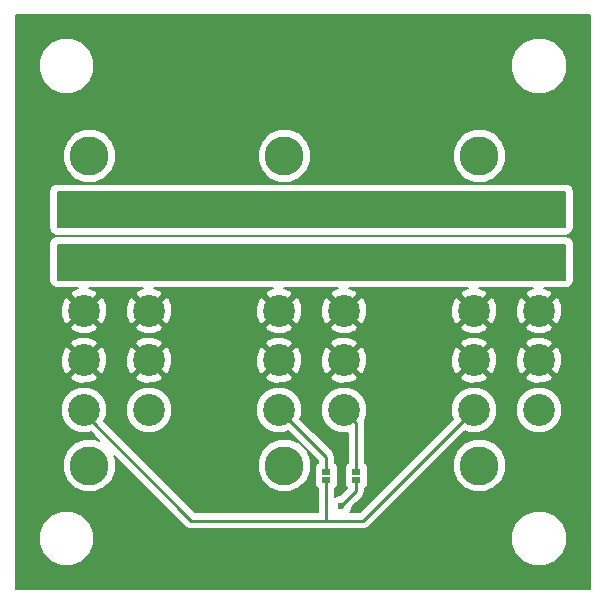
<source format=gtl>
G04 #@! TF.FileFunction,Copper,L1,Top,Signal*
%FSLAX46Y46*%
G04 Gerber Fmt 4.6, Leading zero omitted, Abs format (unit mm)*
G04 Created by KiCad (PCBNEW 4.0.0-rc1-stable) date 10/13/2015 3:48:19 PM*
%MOMM*%
G01*
G04 APERTURE LIST*
%ADD10C,0.100000*%
%ADD11R,0.762000X0.508000*%
%ADD12C,2.700000*%
%ADD13C,3.300000*%
%ADD14C,0.600000*%
%ADD15C,0.250000*%
%ADD16C,0.203800*%
G04 APERTURE END LIST*
D10*
D11*
X129540000Y-139344400D03*
X129540000Y-140055600D03*
X127000000Y-139344400D03*
X127000000Y-140055600D03*
D12*
X111970000Y-125730000D03*
X106470000Y-125730000D03*
X111970000Y-129930000D03*
X106470000Y-129930000D03*
X111970000Y-134130000D03*
X106470000Y-134130000D03*
X106470000Y-121530000D03*
X111970000Y-121530000D03*
X106470000Y-117330000D03*
X111970000Y-117330000D03*
D13*
X106930000Y-138830000D03*
X106930000Y-112630000D03*
D12*
X144990000Y-125730000D03*
X139490000Y-125730000D03*
X144990000Y-129930000D03*
X139490000Y-129930000D03*
X144990000Y-134130000D03*
X139490000Y-134130000D03*
X139490000Y-121530000D03*
X144990000Y-121530000D03*
X139490000Y-117330000D03*
X144990000Y-117330000D03*
D13*
X139950000Y-138830000D03*
X139950000Y-112630000D03*
D12*
X128480000Y-125730000D03*
X122980000Y-125730000D03*
X128480000Y-129930000D03*
X122980000Y-129930000D03*
X128480000Y-134130000D03*
X122980000Y-134130000D03*
X122980000Y-121530000D03*
X128480000Y-121530000D03*
X122980000Y-117330000D03*
X128480000Y-117330000D03*
D13*
X123440000Y-138830000D03*
X123440000Y-112630000D03*
D14*
X128270000Y-142240000D03*
D15*
X129540000Y-139344400D02*
X129540000Y-135190000D01*
X129540000Y-135190000D02*
X128480000Y-134130000D01*
X129540000Y-140055600D02*
X129540000Y-140970000D01*
X129540000Y-140970000D02*
X128270000Y-142240000D01*
X127000000Y-139344400D02*
X127000000Y-138150000D01*
X127000000Y-138150000D02*
X122980000Y-134130000D01*
X127000000Y-140055600D02*
X127000000Y-143510000D01*
X106470000Y-134130000D02*
X106470000Y-134410000D01*
X106470000Y-134410000D02*
X115570000Y-143510000D01*
X115570000Y-143510000D02*
X127000000Y-143510000D01*
X127000000Y-143510000D02*
X130110000Y-143510000D01*
X130110000Y-143510000D02*
X139490000Y-134130000D01*
D16*
G36*
X149315100Y-149315100D02*
X100684900Y-149315100D01*
X100684900Y-145467354D01*
X102639691Y-145467354D01*
X102998208Y-146335029D01*
X103661479Y-146999459D01*
X104528528Y-147359489D01*
X105467354Y-147360309D01*
X106335029Y-147001792D01*
X106999459Y-146338521D01*
X107359489Y-145471472D01*
X107359492Y-145467354D01*
X142639691Y-145467354D01*
X142998208Y-146335029D01*
X143661479Y-146999459D01*
X144528528Y-147359489D01*
X145467354Y-147360309D01*
X146335029Y-147001792D01*
X146999459Y-146338521D01*
X147359489Y-145471472D01*
X147360309Y-144532646D01*
X147001792Y-143664971D01*
X146338521Y-143000541D01*
X145471472Y-142640511D01*
X144532646Y-142639691D01*
X143664971Y-142998208D01*
X143000541Y-143661479D01*
X142640511Y-144528528D01*
X142639691Y-145467354D01*
X107359492Y-145467354D01*
X107360309Y-144532646D01*
X107001792Y-143664971D01*
X106338521Y-143000541D01*
X105471472Y-142640511D01*
X104532646Y-142639691D01*
X103664971Y-142998208D01*
X103000541Y-143661479D01*
X102640511Y-144528528D01*
X102639691Y-145467354D01*
X100684900Y-145467354D01*
X100684900Y-134518138D01*
X104509760Y-134518138D01*
X104807509Y-135238744D01*
X105358356Y-135790554D01*
X106078441Y-136089559D01*
X106858138Y-136090240D01*
X107037021Y-136016327D01*
X107740089Y-136719395D01*
X107381494Y-136570493D01*
X106482450Y-136569709D01*
X105651542Y-136913033D01*
X105015267Y-137548198D01*
X104670493Y-138378506D01*
X104669709Y-139277550D01*
X105013033Y-140108458D01*
X105648198Y-140744733D01*
X106478506Y-141089507D01*
X107377550Y-141090291D01*
X108208458Y-140746967D01*
X108844733Y-140111802D01*
X109189507Y-139281494D01*
X109190291Y-138382450D01*
X109040414Y-138019720D01*
X115050345Y-144029650D01*
X115050347Y-144029653D01*
X115288766Y-144188959D01*
X115570000Y-144244900D01*
X130110000Y-144244900D01*
X130391234Y-144188959D01*
X130629653Y-144029653D01*
X135381756Y-139277550D01*
X137689709Y-139277550D01*
X138033033Y-140108458D01*
X138668198Y-140744733D01*
X139498506Y-141089507D01*
X140397550Y-141090291D01*
X141228458Y-140746967D01*
X141864733Y-140111802D01*
X142209507Y-139281494D01*
X142210291Y-138382450D01*
X141866967Y-137551542D01*
X141231802Y-136915267D01*
X140401494Y-136570493D01*
X139502450Y-136569709D01*
X138671542Y-136913033D01*
X138035267Y-137548198D01*
X137690493Y-138378506D01*
X137689709Y-139277550D01*
X135381756Y-139277550D01*
X138724868Y-135934438D01*
X139098441Y-136089559D01*
X139878138Y-136090240D01*
X140598744Y-135792491D01*
X141150554Y-135241644D01*
X141449559Y-134521559D01*
X141449561Y-134518138D01*
X143029760Y-134518138D01*
X143327509Y-135238744D01*
X143878356Y-135790554D01*
X144598441Y-136089559D01*
X145378138Y-136090240D01*
X146098744Y-135792491D01*
X146650554Y-135241644D01*
X146949559Y-134521559D01*
X146950240Y-133741862D01*
X146652491Y-133021256D01*
X146101644Y-132469446D01*
X145381559Y-132170441D01*
X144601862Y-132169760D01*
X143881256Y-132467509D01*
X143329446Y-133018356D01*
X143030441Y-133738441D01*
X143029760Y-134518138D01*
X141449561Y-134518138D01*
X141450240Y-133741862D01*
X141152491Y-133021256D01*
X140601644Y-132469446D01*
X139881559Y-132170441D01*
X139101862Y-132169760D01*
X138381256Y-132467509D01*
X137829446Y-133018356D01*
X137530441Y-133738441D01*
X137529760Y-134518138D01*
X137685540Y-134895154D01*
X129805594Y-142775100D01*
X129021883Y-142775100D01*
X129040926Y-142756090D01*
X129179742Y-142421784D01*
X129179788Y-142369518D01*
X130059653Y-141489653D01*
X130218959Y-141251234D01*
X130274900Y-140970000D01*
X130274900Y-140806628D01*
X130354596Y-140755345D01*
X130493855Y-140551534D01*
X130542848Y-140309600D01*
X130542848Y-139801600D01*
X130523029Y-139696270D01*
X130542848Y-139598400D01*
X130542848Y-139090400D01*
X130500320Y-138864385D01*
X130366745Y-138656804D01*
X130274900Y-138594049D01*
X130274900Y-135190000D01*
X130238333Y-135006166D01*
X130439559Y-134521559D01*
X130440240Y-133741862D01*
X130142491Y-133021256D01*
X129591644Y-132469446D01*
X128871559Y-132170441D01*
X128091862Y-132169760D01*
X127371256Y-132467509D01*
X126819446Y-133018356D01*
X126520441Y-133738441D01*
X126519760Y-134518138D01*
X126817509Y-135238744D01*
X127368356Y-135790554D01*
X128088441Y-136089559D01*
X128805100Y-136090185D01*
X128805100Y-138593372D01*
X128725404Y-138644655D01*
X128586145Y-138848466D01*
X128537152Y-139090400D01*
X128537152Y-139598400D01*
X128556971Y-139703730D01*
X128537152Y-139801600D01*
X128537152Y-140309600D01*
X128579680Y-140535615D01*
X128713255Y-140743196D01*
X128721716Y-140748978D01*
X128140708Y-141329986D01*
X128089804Y-141329942D01*
X127755256Y-141468175D01*
X127734900Y-141488495D01*
X127734900Y-140806628D01*
X127814596Y-140755345D01*
X127953855Y-140551534D01*
X128002848Y-140309600D01*
X128002848Y-139801600D01*
X127983029Y-139696270D01*
X128002848Y-139598400D01*
X128002848Y-139090400D01*
X127960320Y-138864385D01*
X127826745Y-138656804D01*
X127734900Y-138594049D01*
X127734900Y-138150005D01*
X127734901Y-138150000D01*
X127678959Y-137868766D01*
X127519653Y-137630347D01*
X127519650Y-137630345D01*
X124784438Y-134895132D01*
X124939559Y-134521559D01*
X124940240Y-133741862D01*
X124642491Y-133021256D01*
X124091644Y-132469446D01*
X123371559Y-132170441D01*
X122591862Y-132169760D01*
X121871256Y-132467509D01*
X121319446Y-133018356D01*
X121020441Y-133738441D01*
X121019760Y-134518138D01*
X121317509Y-135238744D01*
X121868356Y-135790554D01*
X122588441Y-136089559D01*
X123368138Y-136090240D01*
X123745154Y-135934460D01*
X126265100Y-138454405D01*
X126265100Y-138593372D01*
X126185404Y-138644655D01*
X126046145Y-138848466D01*
X125997152Y-139090400D01*
X125997152Y-139598400D01*
X126016971Y-139703730D01*
X125997152Y-139801600D01*
X125997152Y-140309600D01*
X126039680Y-140535615D01*
X126173255Y-140743196D01*
X126265100Y-140805951D01*
X126265100Y-142775100D01*
X115874405Y-142775100D01*
X112376856Y-139277550D01*
X121179709Y-139277550D01*
X121523033Y-140108458D01*
X122158198Y-140744733D01*
X122988506Y-141089507D01*
X123887550Y-141090291D01*
X124718458Y-140746967D01*
X125354733Y-140111802D01*
X125699507Y-139281494D01*
X125700291Y-138382450D01*
X125356967Y-137551542D01*
X124721802Y-136915267D01*
X123891494Y-136570493D01*
X122992450Y-136569709D01*
X122161542Y-136913033D01*
X121525267Y-137548198D01*
X121180493Y-138378506D01*
X121179709Y-139277550D01*
X112376856Y-139277550D01*
X108192285Y-135092979D01*
X108429559Y-134521559D01*
X108429561Y-134518138D01*
X110009760Y-134518138D01*
X110307509Y-135238744D01*
X110858356Y-135790554D01*
X111578441Y-136089559D01*
X112358138Y-136090240D01*
X113078744Y-135792491D01*
X113630554Y-135241644D01*
X113929559Y-134521559D01*
X113930240Y-133741862D01*
X113632491Y-133021256D01*
X113081644Y-132469446D01*
X112361559Y-132170441D01*
X111581862Y-132169760D01*
X110861256Y-132467509D01*
X110309446Y-133018356D01*
X110010441Y-133738441D01*
X110009760Y-134518138D01*
X108429561Y-134518138D01*
X108430240Y-133741862D01*
X108132491Y-133021256D01*
X107581644Y-132469446D01*
X106861559Y-132170441D01*
X106081862Y-132169760D01*
X105361256Y-132467509D01*
X104809446Y-133018356D01*
X104510441Y-133738441D01*
X104509760Y-134518138D01*
X100684900Y-134518138D01*
X100684900Y-131338306D01*
X105276796Y-131338306D01*
X105421890Y-131631368D01*
X106152758Y-131902954D01*
X106931923Y-131874175D01*
X107518110Y-131631368D01*
X107663204Y-131338306D01*
X110776796Y-131338306D01*
X110921890Y-131631368D01*
X111652758Y-131902954D01*
X112431923Y-131874175D01*
X113018110Y-131631368D01*
X113163204Y-131338306D01*
X121786796Y-131338306D01*
X121931890Y-131631368D01*
X122662758Y-131902954D01*
X123441923Y-131874175D01*
X124028110Y-131631368D01*
X124173204Y-131338306D01*
X127286796Y-131338306D01*
X127431890Y-131631368D01*
X128162758Y-131902954D01*
X128941923Y-131874175D01*
X129528110Y-131631368D01*
X129673204Y-131338306D01*
X138296796Y-131338306D01*
X138441890Y-131631368D01*
X139172758Y-131902954D01*
X139951923Y-131874175D01*
X140538110Y-131631368D01*
X140683204Y-131338306D01*
X143796796Y-131338306D01*
X143941890Y-131631368D01*
X144672758Y-131902954D01*
X145451923Y-131874175D01*
X146038110Y-131631368D01*
X146183204Y-131338306D01*
X144990000Y-130145102D01*
X143796796Y-131338306D01*
X140683204Y-131338306D01*
X139490000Y-130145102D01*
X138296796Y-131338306D01*
X129673204Y-131338306D01*
X128480000Y-130145102D01*
X127286796Y-131338306D01*
X124173204Y-131338306D01*
X122980000Y-130145102D01*
X121786796Y-131338306D01*
X113163204Y-131338306D01*
X111970000Y-130145102D01*
X110776796Y-131338306D01*
X107663204Y-131338306D01*
X106470000Y-130145102D01*
X105276796Y-131338306D01*
X100684900Y-131338306D01*
X100684900Y-129612758D01*
X104497046Y-129612758D01*
X104525825Y-130391923D01*
X104768632Y-130978110D01*
X105061694Y-131123204D01*
X106254898Y-129930000D01*
X106685102Y-129930000D01*
X107878306Y-131123204D01*
X108171368Y-130978110D01*
X108442954Y-130247242D01*
X108419519Y-129612758D01*
X109997046Y-129612758D01*
X110025825Y-130391923D01*
X110268632Y-130978110D01*
X110561694Y-131123204D01*
X111754898Y-129930000D01*
X112185102Y-129930000D01*
X113378306Y-131123204D01*
X113671368Y-130978110D01*
X113942954Y-130247242D01*
X113919519Y-129612758D01*
X121007046Y-129612758D01*
X121035825Y-130391923D01*
X121278632Y-130978110D01*
X121571694Y-131123204D01*
X122764898Y-129930000D01*
X123195102Y-129930000D01*
X124388306Y-131123204D01*
X124681368Y-130978110D01*
X124952954Y-130247242D01*
X124929519Y-129612758D01*
X126507046Y-129612758D01*
X126535825Y-130391923D01*
X126778632Y-130978110D01*
X127071694Y-131123204D01*
X128264898Y-129930000D01*
X128695102Y-129930000D01*
X129888306Y-131123204D01*
X130181368Y-130978110D01*
X130452954Y-130247242D01*
X130429519Y-129612758D01*
X137517046Y-129612758D01*
X137545825Y-130391923D01*
X137788632Y-130978110D01*
X138081694Y-131123204D01*
X139274898Y-129930000D01*
X139705102Y-129930000D01*
X140898306Y-131123204D01*
X141191368Y-130978110D01*
X141462954Y-130247242D01*
X141439519Y-129612758D01*
X143017046Y-129612758D01*
X143045825Y-130391923D01*
X143288632Y-130978110D01*
X143581694Y-131123204D01*
X144774898Y-129930000D01*
X145205102Y-129930000D01*
X146398306Y-131123204D01*
X146691368Y-130978110D01*
X146962954Y-130247242D01*
X146934175Y-129468077D01*
X146691368Y-128881890D01*
X146398306Y-128736796D01*
X145205102Y-129930000D01*
X144774898Y-129930000D01*
X143581694Y-128736796D01*
X143288632Y-128881890D01*
X143017046Y-129612758D01*
X141439519Y-129612758D01*
X141434175Y-129468077D01*
X141191368Y-128881890D01*
X140898306Y-128736796D01*
X139705102Y-129930000D01*
X139274898Y-129930000D01*
X138081694Y-128736796D01*
X137788632Y-128881890D01*
X137517046Y-129612758D01*
X130429519Y-129612758D01*
X130424175Y-129468077D01*
X130181368Y-128881890D01*
X129888306Y-128736796D01*
X128695102Y-129930000D01*
X128264898Y-129930000D01*
X127071694Y-128736796D01*
X126778632Y-128881890D01*
X126507046Y-129612758D01*
X124929519Y-129612758D01*
X124924175Y-129468077D01*
X124681368Y-128881890D01*
X124388306Y-128736796D01*
X123195102Y-129930000D01*
X122764898Y-129930000D01*
X121571694Y-128736796D01*
X121278632Y-128881890D01*
X121007046Y-129612758D01*
X113919519Y-129612758D01*
X113914175Y-129468077D01*
X113671368Y-128881890D01*
X113378306Y-128736796D01*
X112185102Y-129930000D01*
X111754898Y-129930000D01*
X110561694Y-128736796D01*
X110268632Y-128881890D01*
X109997046Y-129612758D01*
X108419519Y-129612758D01*
X108414175Y-129468077D01*
X108171368Y-128881890D01*
X107878306Y-128736796D01*
X106685102Y-129930000D01*
X106254898Y-129930000D01*
X105061694Y-128736796D01*
X104768632Y-128881890D01*
X104497046Y-129612758D01*
X100684900Y-129612758D01*
X100684900Y-128521694D01*
X105276796Y-128521694D01*
X106470000Y-129714898D01*
X107663204Y-128521694D01*
X110776796Y-128521694D01*
X111970000Y-129714898D01*
X113163204Y-128521694D01*
X121786796Y-128521694D01*
X122980000Y-129714898D01*
X124173204Y-128521694D01*
X127286796Y-128521694D01*
X128480000Y-129714898D01*
X129673204Y-128521694D01*
X138296796Y-128521694D01*
X139490000Y-129714898D01*
X140683204Y-128521694D01*
X143796796Y-128521694D01*
X144990000Y-129714898D01*
X146183204Y-128521694D01*
X146038110Y-128228632D01*
X145307242Y-127957046D01*
X144528077Y-127985825D01*
X143941890Y-128228632D01*
X143796796Y-128521694D01*
X140683204Y-128521694D01*
X140538110Y-128228632D01*
X139807242Y-127957046D01*
X139028077Y-127985825D01*
X138441890Y-128228632D01*
X138296796Y-128521694D01*
X129673204Y-128521694D01*
X129528110Y-128228632D01*
X128797242Y-127957046D01*
X128018077Y-127985825D01*
X127431890Y-128228632D01*
X127286796Y-128521694D01*
X124173204Y-128521694D01*
X124028110Y-128228632D01*
X123297242Y-127957046D01*
X122518077Y-127985825D01*
X121931890Y-128228632D01*
X121786796Y-128521694D01*
X113163204Y-128521694D01*
X113018110Y-128228632D01*
X112287242Y-127957046D01*
X111508077Y-127985825D01*
X110921890Y-128228632D01*
X110776796Y-128521694D01*
X107663204Y-128521694D01*
X107518110Y-128228632D01*
X106787242Y-127957046D01*
X106008077Y-127985825D01*
X105421890Y-128228632D01*
X105276796Y-128521694D01*
X100684900Y-128521694D01*
X100684900Y-127138306D01*
X105276796Y-127138306D01*
X105421890Y-127431368D01*
X106152758Y-127702954D01*
X106931923Y-127674175D01*
X107518110Y-127431368D01*
X107663204Y-127138306D01*
X110776796Y-127138306D01*
X110921890Y-127431368D01*
X111652758Y-127702954D01*
X112431923Y-127674175D01*
X113018110Y-127431368D01*
X113163204Y-127138306D01*
X121786796Y-127138306D01*
X121931890Y-127431368D01*
X122662758Y-127702954D01*
X123441923Y-127674175D01*
X124028110Y-127431368D01*
X124173204Y-127138306D01*
X127286796Y-127138306D01*
X127431890Y-127431368D01*
X128162758Y-127702954D01*
X128941923Y-127674175D01*
X129528110Y-127431368D01*
X129673204Y-127138306D01*
X138296796Y-127138306D01*
X138441890Y-127431368D01*
X139172758Y-127702954D01*
X139951923Y-127674175D01*
X140538110Y-127431368D01*
X140683204Y-127138306D01*
X143796796Y-127138306D01*
X143941890Y-127431368D01*
X144672758Y-127702954D01*
X145451923Y-127674175D01*
X146038110Y-127431368D01*
X146183204Y-127138306D01*
X144990000Y-125945102D01*
X143796796Y-127138306D01*
X140683204Y-127138306D01*
X139490000Y-125945102D01*
X138296796Y-127138306D01*
X129673204Y-127138306D01*
X128480000Y-125945102D01*
X127286796Y-127138306D01*
X124173204Y-127138306D01*
X122980000Y-125945102D01*
X121786796Y-127138306D01*
X113163204Y-127138306D01*
X111970000Y-125945102D01*
X110776796Y-127138306D01*
X107663204Y-127138306D01*
X106470000Y-125945102D01*
X105276796Y-127138306D01*
X100684900Y-127138306D01*
X100684900Y-125412758D01*
X104497046Y-125412758D01*
X104525825Y-126191923D01*
X104768632Y-126778110D01*
X105061694Y-126923204D01*
X106254898Y-125730000D01*
X106685102Y-125730000D01*
X107878306Y-126923204D01*
X108171368Y-126778110D01*
X108442954Y-126047242D01*
X108419519Y-125412758D01*
X109997046Y-125412758D01*
X110025825Y-126191923D01*
X110268632Y-126778110D01*
X110561694Y-126923204D01*
X111754898Y-125730000D01*
X112185102Y-125730000D01*
X113378306Y-126923204D01*
X113671368Y-126778110D01*
X113942954Y-126047242D01*
X113919519Y-125412758D01*
X121007046Y-125412758D01*
X121035825Y-126191923D01*
X121278632Y-126778110D01*
X121571694Y-126923204D01*
X122764898Y-125730000D01*
X123195102Y-125730000D01*
X124388306Y-126923204D01*
X124681368Y-126778110D01*
X124952954Y-126047242D01*
X124929519Y-125412758D01*
X126507046Y-125412758D01*
X126535825Y-126191923D01*
X126778632Y-126778110D01*
X127071694Y-126923204D01*
X128264898Y-125730000D01*
X128695102Y-125730000D01*
X129888306Y-126923204D01*
X130181368Y-126778110D01*
X130452954Y-126047242D01*
X130429519Y-125412758D01*
X137517046Y-125412758D01*
X137545825Y-126191923D01*
X137788632Y-126778110D01*
X138081694Y-126923204D01*
X139274898Y-125730000D01*
X139705102Y-125730000D01*
X140898306Y-126923204D01*
X141191368Y-126778110D01*
X141462954Y-126047242D01*
X141439519Y-125412758D01*
X143017046Y-125412758D01*
X143045825Y-126191923D01*
X143288632Y-126778110D01*
X143581694Y-126923204D01*
X144774898Y-125730000D01*
X145205102Y-125730000D01*
X146398306Y-126923204D01*
X146691368Y-126778110D01*
X146962954Y-126047242D01*
X146934175Y-125268077D01*
X146691368Y-124681890D01*
X146398306Y-124536796D01*
X145205102Y-125730000D01*
X144774898Y-125730000D01*
X143581694Y-124536796D01*
X143288632Y-124681890D01*
X143017046Y-125412758D01*
X141439519Y-125412758D01*
X141434175Y-125268077D01*
X141191368Y-124681890D01*
X140898306Y-124536796D01*
X139705102Y-125730000D01*
X139274898Y-125730000D01*
X138081694Y-124536796D01*
X137788632Y-124681890D01*
X137517046Y-125412758D01*
X130429519Y-125412758D01*
X130424175Y-125268077D01*
X130181368Y-124681890D01*
X129888306Y-124536796D01*
X128695102Y-125730000D01*
X128264898Y-125730000D01*
X127071694Y-124536796D01*
X126778632Y-124681890D01*
X126507046Y-125412758D01*
X124929519Y-125412758D01*
X124924175Y-125268077D01*
X124681368Y-124681890D01*
X124388306Y-124536796D01*
X123195102Y-125730000D01*
X122764898Y-125730000D01*
X121571694Y-124536796D01*
X121278632Y-124681890D01*
X121007046Y-125412758D01*
X113919519Y-125412758D01*
X113914175Y-125268077D01*
X113671368Y-124681890D01*
X113378306Y-124536796D01*
X112185102Y-125730000D01*
X111754898Y-125730000D01*
X110561694Y-124536796D01*
X110268632Y-124681890D01*
X109997046Y-125412758D01*
X108419519Y-125412758D01*
X108414175Y-125268077D01*
X108171368Y-124681890D01*
X107878306Y-124536796D01*
X106685102Y-125730000D01*
X106254898Y-125730000D01*
X105061694Y-124536796D01*
X104768632Y-124681890D01*
X104497046Y-125412758D01*
X100684900Y-125412758D01*
X100684900Y-120015000D01*
X103530100Y-120015000D01*
X103530100Y-123190000D01*
X103571811Y-123411673D01*
X103702819Y-123615265D01*
X103902715Y-123751848D01*
X104140000Y-123799900D01*
X105974097Y-123799900D01*
X105421890Y-124028632D01*
X105276796Y-124321694D01*
X106470000Y-125514898D01*
X107663204Y-124321694D01*
X107518110Y-124028632D01*
X106902567Y-123799900D01*
X111474097Y-123799900D01*
X110921890Y-124028632D01*
X110776796Y-124321694D01*
X111970000Y-125514898D01*
X113163204Y-124321694D01*
X113018110Y-124028632D01*
X112402567Y-123799900D01*
X122484097Y-123799900D01*
X121931890Y-124028632D01*
X121786796Y-124321694D01*
X122980000Y-125514898D01*
X124173204Y-124321694D01*
X124028110Y-124028632D01*
X123412567Y-123799900D01*
X127984097Y-123799900D01*
X127431890Y-124028632D01*
X127286796Y-124321694D01*
X128480000Y-125514898D01*
X129673204Y-124321694D01*
X129528110Y-124028632D01*
X128912567Y-123799900D01*
X138994097Y-123799900D01*
X138441890Y-124028632D01*
X138296796Y-124321694D01*
X139490000Y-125514898D01*
X140683204Y-124321694D01*
X140538110Y-124028632D01*
X139922567Y-123799900D01*
X144494097Y-123799900D01*
X143941890Y-124028632D01*
X143796796Y-124321694D01*
X144990000Y-125514898D01*
X146183204Y-124321694D01*
X146038110Y-124028632D01*
X145422567Y-123799900D01*
X147320000Y-123799900D01*
X147541673Y-123758189D01*
X147745265Y-123627181D01*
X147881848Y-123427285D01*
X147929900Y-123190000D01*
X147929900Y-120015000D01*
X147888189Y-119793327D01*
X147757181Y-119589735D01*
X147557285Y-119453152D01*
X147320000Y-119405100D01*
X104140000Y-119405100D01*
X103918327Y-119446811D01*
X103714735Y-119577819D01*
X103578152Y-119777715D01*
X103530100Y-120015000D01*
X100684900Y-120015000D01*
X100684900Y-115570000D01*
X103530100Y-115570000D01*
X103530100Y-118745000D01*
X103571811Y-118966673D01*
X103702819Y-119170265D01*
X103902715Y-119306848D01*
X104140000Y-119354900D01*
X147320000Y-119354900D01*
X147541673Y-119313189D01*
X147745265Y-119182181D01*
X147881848Y-118982285D01*
X147929900Y-118745000D01*
X147929900Y-115570000D01*
X147888189Y-115348327D01*
X147757181Y-115144735D01*
X147557285Y-115008152D01*
X147320000Y-114960100D01*
X104140000Y-114960100D01*
X103918327Y-115001811D01*
X103714735Y-115132819D01*
X103578152Y-115332715D01*
X103530100Y-115570000D01*
X100684900Y-115570000D01*
X100684900Y-113077550D01*
X104669709Y-113077550D01*
X105013033Y-113908458D01*
X105648198Y-114544733D01*
X106478506Y-114889507D01*
X107377550Y-114890291D01*
X108208458Y-114546967D01*
X108844733Y-113911802D01*
X109189507Y-113081494D01*
X109189510Y-113077550D01*
X121179709Y-113077550D01*
X121523033Y-113908458D01*
X122158198Y-114544733D01*
X122988506Y-114889507D01*
X123887550Y-114890291D01*
X124718458Y-114546967D01*
X125354733Y-113911802D01*
X125699507Y-113081494D01*
X125699510Y-113077550D01*
X137689709Y-113077550D01*
X138033033Y-113908458D01*
X138668198Y-114544733D01*
X139498506Y-114889507D01*
X140397550Y-114890291D01*
X141228458Y-114546967D01*
X141864733Y-113911802D01*
X142209507Y-113081494D01*
X142210291Y-112182450D01*
X141866967Y-111351542D01*
X141231802Y-110715267D01*
X140401494Y-110370493D01*
X139502450Y-110369709D01*
X138671542Y-110713033D01*
X138035267Y-111348198D01*
X137690493Y-112178506D01*
X137689709Y-113077550D01*
X125699510Y-113077550D01*
X125700291Y-112182450D01*
X125356967Y-111351542D01*
X124721802Y-110715267D01*
X123891494Y-110370493D01*
X122992450Y-110369709D01*
X122161542Y-110713033D01*
X121525267Y-111348198D01*
X121180493Y-112178506D01*
X121179709Y-113077550D01*
X109189510Y-113077550D01*
X109190291Y-112182450D01*
X108846967Y-111351542D01*
X108211802Y-110715267D01*
X107381494Y-110370493D01*
X106482450Y-110369709D01*
X105651542Y-110713033D01*
X105015267Y-111348198D01*
X104670493Y-112178506D01*
X104669709Y-113077550D01*
X100684900Y-113077550D01*
X100684900Y-105467354D01*
X102639691Y-105467354D01*
X102998208Y-106335029D01*
X103661479Y-106999459D01*
X104528528Y-107359489D01*
X105467354Y-107360309D01*
X106335029Y-107001792D01*
X106999459Y-106338521D01*
X107359489Y-105471472D01*
X107359492Y-105467354D01*
X142639691Y-105467354D01*
X142998208Y-106335029D01*
X143661479Y-106999459D01*
X144528528Y-107359489D01*
X145467354Y-107360309D01*
X146335029Y-107001792D01*
X146999459Y-106338521D01*
X147359489Y-105471472D01*
X147360309Y-104532646D01*
X147001792Y-103664971D01*
X146338521Y-103000541D01*
X145471472Y-102640511D01*
X144532646Y-102639691D01*
X143664971Y-102998208D01*
X143000541Y-103661479D01*
X142640511Y-104528528D01*
X142639691Y-105467354D01*
X107359492Y-105467354D01*
X107360309Y-104532646D01*
X107001792Y-103664971D01*
X106338521Y-103000541D01*
X105471472Y-102640511D01*
X104532646Y-102639691D01*
X103664971Y-102998208D01*
X103000541Y-103661479D01*
X102640511Y-104528528D01*
X102639691Y-105467354D01*
X100684900Y-105467354D01*
X100684900Y-100684900D01*
X149315100Y-100684900D01*
X149315100Y-149315100D01*
X149315100Y-149315100D01*
G37*
X149315100Y-149315100D02*
X100684900Y-149315100D01*
X100684900Y-145467354D01*
X102639691Y-145467354D01*
X102998208Y-146335029D01*
X103661479Y-146999459D01*
X104528528Y-147359489D01*
X105467354Y-147360309D01*
X106335029Y-147001792D01*
X106999459Y-146338521D01*
X107359489Y-145471472D01*
X107359492Y-145467354D01*
X142639691Y-145467354D01*
X142998208Y-146335029D01*
X143661479Y-146999459D01*
X144528528Y-147359489D01*
X145467354Y-147360309D01*
X146335029Y-147001792D01*
X146999459Y-146338521D01*
X147359489Y-145471472D01*
X147360309Y-144532646D01*
X147001792Y-143664971D01*
X146338521Y-143000541D01*
X145471472Y-142640511D01*
X144532646Y-142639691D01*
X143664971Y-142998208D01*
X143000541Y-143661479D01*
X142640511Y-144528528D01*
X142639691Y-145467354D01*
X107359492Y-145467354D01*
X107360309Y-144532646D01*
X107001792Y-143664971D01*
X106338521Y-143000541D01*
X105471472Y-142640511D01*
X104532646Y-142639691D01*
X103664971Y-142998208D01*
X103000541Y-143661479D01*
X102640511Y-144528528D01*
X102639691Y-145467354D01*
X100684900Y-145467354D01*
X100684900Y-134518138D01*
X104509760Y-134518138D01*
X104807509Y-135238744D01*
X105358356Y-135790554D01*
X106078441Y-136089559D01*
X106858138Y-136090240D01*
X107037021Y-136016327D01*
X107740089Y-136719395D01*
X107381494Y-136570493D01*
X106482450Y-136569709D01*
X105651542Y-136913033D01*
X105015267Y-137548198D01*
X104670493Y-138378506D01*
X104669709Y-139277550D01*
X105013033Y-140108458D01*
X105648198Y-140744733D01*
X106478506Y-141089507D01*
X107377550Y-141090291D01*
X108208458Y-140746967D01*
X108844733Y-140111802D01*
X109189507Y-139281494D01*
X109190291Y-138382450D01*
X109040414Y-138019720D01*
X115050345Y-144029650D01*
X115050347Y-144029653D01*
X115288766Y-144188959D01*
X115570000Y-144244900D01*
X130110000Y-144244900D01*
X130391234Y-144188959D01*
X130629653Y-144029653D01*
X135381756Y-139277550D01*
X137689709Y-139277550D01*
X138033033Y-140108458D01*
X138668198Y-140744733D01*
X139498506Y-141089507D01*
X140397550Y-141090291D01*
X141228458Y-140746967D01*
X141864733Y-140111802D01*
X142209507Y-139281494D01*
X142210291Y-138382450D01*
X141866967Y-137551542D01*
X141231802Y-136915267D01*
X140401494Y-136570493D01*
X139502450Y-136569709D01*
X138671542Y-136913033D01*
X138035267Y-137548198D01*
X137690493Y-138378506D01*
X137689709Y-139277550D01*
X135381756Y-139277550D01*
X138724868Y-135934438D01*
X139098441Y-136089559D01*
X139878138Y-136090240D01*
X140598744Y-135792491D01*
X141150554Y-135241644D01*
X141449559Y-134521559D01*
X141449561Y-134518138D01*
X143029760Y-134518138D01*
X143327509Y-135238744D01*
X143878356Y-135790554D01*
X144598441Y-136089559D01*
X145378138Y-136090240D01*
X146098744Y-135792491D01*
X146650554Y-135241644D01*
X146949559Y-134521559D01*
X146950240Y-133741862D01*
X146652491Y-133021256D01*
X146101644Y-132469446D01*
X145381559Y-132170441D01*
X144601862Y-132169760D01*
X143881256Y-132467509D01*
X143329446Y-133018356D01*
X143030441Y-133738441D01*
X143029760Y-134518138D01*
X141449561Y-134518138D01*
X141450240Y-133741862D01*
X141152491Y-133021256D01*
X140601644Y-132469446D01*
X139881559Y-132170441D01*
X139101862Y-132169760D01*
X138381256Y-132467509D01*
X137829446Y-133018356D01*
X137530441Y-133738441D01*
X137529760Y-134518138D01*
X137685540Y-134895154D01*
X129805594Y-142775100D01*
X129021883Y-142775100D01*
X129040926Y-142756090D01*
X129179742Y-142421784D01*
X129179788Y-142369518D01*
X130059653Y-141489653D01*
X130218959Y-141251234D01*
X130274900Y-140970000D01*
X130274900Y-140806628D01*
X130354596Y-140755345D01*
X130493855Y-140551534D01*
X130542848Y-140309600D01*
X130542848Y-139801600D01*
X130523029Y-139696270D01*
X130542848Y-139598400D01*
X130542848Y-139090400D01*
X130500320Y-138864385D01*
X130366745Y-138656804D01*
X130274900Y-138594049D01*
X130274900Y-135190000D01*
X130238333Y-135006166D01*
X130439559Y-134521559D01*
X130440240Y-133741862D01*
X130142491Y-133021256D01*
X129591644Y-132469446D01*
X128871559Y-132170441D01*
X128091862Y-132169760D01*
X127371256Y-132467509D01*
X126819446Y-133018356D01*
X126520441Y-133738441D01*
X126519760Y-134518138D01*
X126817509Y-135238744D01*
X127368356Y-135790554D01*
X128088441Y-136089559D01*
X128805100Y-136090185D01*
X128805100Y-138593372D01*
X128725404Y-138644655D01*
X128586145Y-138848466D01*
X128537152Y-139090400D01*
X128537152Y-139598400D01*
X128556971Y-139703730D01*
X128537152Y-139801600D01*
X128537152Y-140309600D01*
X128579680Y-140535615D01*
X128713255Y-140743196D01*
X128721716Y-140748978D01*
X128140708Y-141329986D01*
X128089804Y-141329942D01*
X127755256Y-141468175D01*
X127734900Y-141488495D01*
X127734900Y-140806628D01*
X127814596Y-140755345D01*
X127953855Y-140551534D01*
X128002848Y-140309600D01*
X128002848Y-139801600D01*
X127983029Y-139696270D01*
X128002848Y-139598400D01*
X128002848Y-139090400D01*
X127960320Y-138864385D01*
X127826745Y-138656804D01*
X127734900Y-138594049D01*
X127734900Y-138150005D01*
X127734901Y-138150000D01*
X127678959Y-137868766D01*
X127519653Y-137630347D01*
X127519650Y-137630345D01*
X124784438Y-134895132D01*
X124939559Y-134521559D01*
X124940240Y-133741862D01*
X124642491Y-133021256D01*
X124091644Y-132469446D01*
X123371559Y-132170441D01*
X122591862Y-132169760D01*
X121871256Y-132467509D01*
X121319446Y-133018356D01*
X121020441Y-133738441D01*
X121019760Y-134518138D01*
X121317509Y-135238744D01*
X121868356Y-135790554D01*
X122588441Y-136089559D01*
X123368138Y-136090240D01*
X123745154Y-135934460D01*
X126265100Y-138454405D01*
X126265100Y-138593372D01*
X126185404Y-138644655D01*
X126046145Y-138848466D01*
X125997152Y-139090400D01*
X125997152Y-139598400D01*
X126016971Y-139703730D01*
X125997152Y-139801600D01*
X125997152Y-140309600D01*
X126039680Y-140535615D01*
X126173255Y-140743196D01*
X126265100Y-140805951D01*
X126265100Y-142775100D01*
X115874405Y-142775100D01*
X112376856Y-139277550D01*
X121179709Y-139277550D01*
X121523033Y-140108458D01*
X122158198Y-140744733D01*
X122988506Y-141089507D01*
X123887550Y-141090291D01*
X124718458Y-140746967D01*
X125354733Y-140111802D01*
X125699507Y-139281494D01*
X125700291Y-138382450D01*
X125356967Y-137551542D01*
X124721802Y-136915267D01*
X123891494Y-136570493D01*
X122992450Y-136569709D01*
X122161542Y-136913033D01*
X121525267Y-137548198D01*
X121180493Y-138378506D01*
X121179709Y-139277550D01*
X112376856Y-139277550D01*
X108192285Y-135092979D01*
X108429559Y-134521559D01*
X108429561Y-134518138D01*
X110009760Y-134518138D01*
X110307509Y-135238744D01*
X110858356Y-135790554D01*
X111578441Y-136089559D01*
X112358138Y-136090240D01*
X113078744Y-135792491D01*
X113630554Y-135241644D01*
X113929559Y-134521559D01*
X113930240Y-133741862D01*
X113632491Y-133021256D01*
X113081644Y-132469446D01*
X112361559Y-132170441D01*
X111581862Y-132169760D01*
X110861256Y-132467509D01*
X110309446Y-133018356D01*
X110010441Y-133738441D01*
X110009760Y-134518138D01*
X108429561Y-134518138D01*
X108430240Y-133741862D01*
X108132491Y-133021256D01*
X107581644Y-132469446D01*
X106861559Y-132170441D01*
X106081862Y-132169760D01*
X105361256Y-132467509D01*
X104809446Y-133018356D01*
X104510441Y-133738441D01*
X104509760Y-134518138D01*
X100684900Y-134518138D01*
X100684900Y-131338306D01*
X105276796Y-131338306D01*
X105421890Y-131631368D01*
X106152758Y-131902954D01*
X106931923Y-131874175D01*
X107518110Y-131631368D01*
X107663204Y-131338306D01*
X110776796Y-131338306D01*
X110921890Y-131631368D01*
X111652758Y-131902954D01*
X112431923Y-131874175D01*
X113018110Y-131631368D01*
X113163204Y-131338306D01*
X121786796Y-131338306D01*
X121931890Y-131631368D01*
X122662758Y-131902954D01*
X123441923Y-131874175D01*
X124028110Y-131631368D01*
X124173204Y-131338306D01*
X127286796Y-131338306D01*
X127431890Y-131631368D01*
X128162758Y-131902954D01*
X128941923Y-131874175D01*
X129528110Y-131631368D01*
X129673204Y-131338306D01*
X138296796Y-131338306D01*
X138441890Y-131631368D01*
X139172758Y-131902954D01*
X139951923Y-131874175D01*
X140538110Y-131631368D01*
X140683204Y-131338306D01*
X143796796Y-131338306D01*
X143941890Y-131631368D01*
X144672758Y-131902954D01*
X145451923Y-131874175D01*
X146038110Y-131631368D01*
X146183204Y-131338306D01*
X144990000Y-130145102D01*
X143796796Y-131338306D01*
X140683204Y-131338306D01*
X139490000Y-130145102D01*
X138296796Y-131338306D01*
X129673204Y-131338306D01*
X128480000Y-130145102D01*
X127286796Y-131338306D01*
X124173204Y-131338306D01*
X122980000Y-130145102D01*
X121786796Y-131338306D01*
X113163204Y-131338306D01*
X111970000Y-130145102D01*
X110776796Y-131338306D01*
X107663204Y-131338306D01*
X106470000Y-130145102D01*
X105276796Y-131338306D01*
X100684900Y-131338306D01*
X100684900Y-129612758D01*
X104497046Y-129612758D01*
X104525825Y-130391923D01*
X104768632Y-130978110D01*
X105061694Y-131123204D01*
X106254898Y-129930000D01*
X106685102Y-129930000D01*
X107878306Y-131123204D01*
X108171368Y-130978110D01*
X108442954Y-130247242D01*
X108419519Y-129612758D01*
X109997046Y-129612758D01*
X110025825Y-130391923D01*
X110268632Y-130978110D01*
X110561694Y-131123204D01*
X111754898Y-129930000D01*
X112185102Y-129930000D01*
X113378306Y-131123204D01*
X113671368Y-130978110D01*
X113942954Y-130247242D01*
X113919519Y-129612758D01*
X121007046Y-129612758D01*
X121035825Y-130391923D01*
X121278632Y-130978110D01*
X121571694Y-131123204D01*
X122764898Y-129930000D01*
X123195102Y-129930000D01*
X124388306Y-131123204D01*
X124681368Y-130978110D01*
X124952954Y-130247242D01*
X124929519Y-129612758D01*
X126507046Y-129612758D01*
X126535825Y-130391923D01*
X126778632Y-130978110D01*
X127071694Y-131123204D01*
X128264898Y-129930000D01*
X128695102Y-129930000D01*
X129888306Y-131123204D01*
X130181368Y-130978110D01*
X130452954Y-130247242D01*
X130429519Y-129612758D01*
X137517046Y-129612758D01*
X137545825Y-130391923D01*
X137788632Y-130978110D01*
X138081694Y-131123204D01*
X139274898Y-129930000D01*
X139705102Y-129930000D01*
X140898306Y-131123204D01*
X141191368Y-130978110D01*
X141462954Y-130247242D01*
X141439519Y-129612758D01*
X143017046Y-129612758D01*
X143045825Y-130391923D01*
X143288632Y-130978110D01*
X143581694Y-131123204D01*
X144774898Y-129930000D01*
X145205102Y-129930000D01*
X146398306Y-131123204D01*
X146691368Y-130978110D01*
X146962954Y-130247242D01*
X146934175Y-129468077D01*
X146691368Y-128881890D01*
X146398306Y-128736796D01*
X145205102Y-129930000D01*
X144774898Y-129930000D01*
X143581694Y-128736796D01*
X143288632Y-128881890D01*
X143017046Y-129612758D01*
X141439519Y-129612758D01*
X141434175Y-129468077D01*
X141191368Y-128881890D01*
X140898306Y-128736796D01*
X139705102Y-129930000D01*
X139274898Y-129930000D01*
X138081694Y-128736796D01*
X137788632Y-128881890D01*
X137517046Y-129612758D01*
X130429519Y-129612758D01*
X130424175Y-129468077D01*
X130181368Y-128881890D01*
X129888306Y-128736796D01*
X128695102Y-129930000D01*
X128264898Y-129930000D01*
X127071694Y-128736796D01*
X126778632Y-128881890D01*
X126507046Y-129612758D01*
X124929519Y-129612758D01*
X124924175Y-129468077D01*
X124681368Y-128881890D01*
X124388306Y-128736796D01*
X123195102Y-129930000D01*
X122764898Y-129930000D01*
X121571694Y-128736796D01*
X121278632Y-128881890D01*
X121007046Y-129612758D01*
X113919519Y-129612758D01*
X113914175Y-129468077D01*
X113671368Y-128881890D01*
X113378306Y-128736796D01*
X112185102Y-129930000D01*
X111754898Y-129930000D01*
X110561694Y-128736796D01*
X110268632Y-128881890D01*
X109997046Y-129612758D01*
X108419519Y-129612758D01*
X108414175Y-129468077D01*
X108171368Y-128881890D01*
X107878306Y-128736796D01*
X106685102Y-129930000D01*
X106254898Y-129930000D01*
X105061694Y-128736796D01*
X104768632Y-128881890D01*
X104497046Y-129612758D01*
X100684900Y-129612758D01*
X100684900Y-128521694D01*
X105276796Y-128521694D01*
X106470000Y-129714898D01*
X107663204Y-128521694D01*
X110776796Y-128521694D01*
X111970000Y-129714898D01*
X113163204Y-128521694D01*
X121786796Y-128521694D01*
X122980000Y-129714898D01*
X124173204Y-128521694D01*
X127286796Y-128521694D01*
X128480000Y-129714898D01*
X129673204Y-128521694D01*
X138296796Y-128521694D01*
X139490000Y-129714898D01*
X140683204Y-128521694D01*
X143796796Y-128521694D01*
X144990000Y-129714898D01*
X146183204Y-128521694D01*
X146038110Y-128228632D01*
X145307242Y-127957046D01*
X144528077Y-127985825D01*
X143941890Y-128228632D01*
X143796796Y-128521694D01*
X140683204Y-128521694D01*
X140538110Y-128228632D01*
X139807242Y-127957046D01*
X139028077Y-127985825D01*
X138441890Y-128228632D01*
X138296796Y-128521694D01*
X129673204Y-128521694D01*
X129528110Y-128228632D01*
X128797242Y-127957046D01*
X128018077Y-127985825D01*
X127431890Y-128228632D01*
X127286796Y-128521694D01*
X124173204Y-128521694D01*
X124028110Y-128228632D01*
X123297242Y-127957046D01*
X122518077Y-127985825D01*
X121931890Y-128228632D01*
X121786796Y-128521694D01*
X113163204Y-128521694D01*
X113018110Y-128228632D01*
X112287242Y-127957046D01*
X111508077Y-127985825D01*
X110921890Y-128228632D01*
X110776796Y-128521694D01*
X107663204Y-128521694D01*
X107518110Y-128228632D01*
X106787242Y-127957046D01*
X106008077Y-127985825D01*
X105421890Y-128228632D01*
X105276796Y-128521694D01*
X100684900Y-128521694D01*
X100684900Y-127138306D01*
X105276796Y-127138306D01*
X105421890Y-127431368D01*
X106152758Y-127702954D01*
X106931923Y-127674175D01*
X107518110Y-127431368D01*
X107663204Y-127138306D01*
X110776796Y-127138306D01*
X110921890Y-127431368D01*
X111652758Y-127702954D01*
X112431923Y-127674175D01*
X113018110Y-127431368D01*
X113163204Y-127138306D01*
X121786796Y-127138306D01*
X121931890Y-127431368D01*
X122662758Y-127702954D01*
X123441923Y-127674175D01*
X124028110Y-127431368D01*
X124173204Y-127138306D01*
X127286796Y-127138306D01*
X127431890Y-127431368D01*
X128162758Y-127702954D01*
X128941923Y-127674175D01*
X129528110Y-127431368D01*
X129673204Y-127138306D01*
X138296796Y-127138306D01*
X138441890Y-127431368D01*
X139172758Y-127702954D01*
X139951923Y-127674175D01*
X140538110Y-127431368D01*
X140683204Y-127138306D01*
X143796796Y-127138306D01*
X143941890Y-127431368D01*
X144672758Y-127702954D01*
X145451923Y-127674175D01*
X146038110Y-127431368D01*
X146183204Y-127138306D01*
X144990000Y-125945102D01*
X143796796Y-127138306D01*
X140683204Y-127138306D01*
X139490000Y-125945102D01*
X138296796Y-127138306D01*
X129673204Y-127138306D01*
X128480000Y-125945102D01*
X127286796Y-127138306D01*
X124173204Y-127138306D01*
X122980000Y-125945102D01*
X121786796Y-127138306D01*
X113163204Y-127138306D01*
X111970000Y-125945102D01*
X110776796Y-127138306D01*
X107663204Y-127138306D01*
X106470000Y-125945102D01*
X105276796Y-127138306D01*
X100684900Y-127138306D01*
X100684900Y-125412758D01*
X104497046Y-125412758D01*
X104525825Y-126191923D01*
X104768632Y-126778110D01*
X105061694Y-126923204D01*
X106254898Y-125730000D01*
X106685102Y-125730000D01*
X107878306Y-126923204D01*
X108171368Y-126778110D01*
X108442954Y-126047242D01*
X108419519Y-125412758D01*
X109997046Y-125412758D01*
X110025825Y-126191923D01*
X110268632Y-126778110D01*
X110561694Y-126923204D01*
X111754898Y-125730000D01*
X112185102Y-125730000D01*
X113378306Y-126923204D01*
X113671368Y-126778110D01*
X113942954Y-126047242D01*
X113919519Y-125412758D01*
X121007046Y-125412758D01*
X121035825Y-126191923D01*
X121278632Y-126778110D01*
X121571694Y-126923204D01*
X122764898Y-125730000D01*
X123195102Y-125730000D01*
X124388306Y-126923204D01*
X124681368Y-126778110D01*
X124952954Y-126047242D01*
X124929519Y-125412758D01*
X126507046Y-125412758D01*
X126535825Y-126191923D01*
X126778632Y-126778110D01*
X127071694Y-126923204D01*
X128264898Y-125730000D01*
X128695102Y-125730000D01*
X129888306Y-126923204D01*
X130181368Y-126778110D01*
X130452954Y-126047242D01*
X130429519Y-125412758D01*
X137517046Y-125412758D01*
X137545825Y-126191923D01*
X137788632Y-126778110D01*
X138081694Y-126923204D01*
X139274898Y-125730000D01*
X139705102Y-125730000D01*
X140898306Y-126923204D01*
X141191368Y-126778110D01*
X141462954Y-126047242D01*
X141439519Y-125412758D01*
X143017046Y-125412758D01*
X143045825Y-126191923D01*
X143288632Y-126778110D01*
X143581694Y-126923204D01*
X144774898Y-125730000D01*
X145205102Y-125730000D01*
X146398306Y-126923204D01*
X146691368Y-126778110D01*
X146962954Y-126047242D01*
X146934175Y-125268077D01*
X146691368Y-124681890D01*
X146398306Y-124536796D01*
X145205102Y-125730000D01*
X144774898Y-125730000D01*
X143581694Y-124536796D01*
X143288632Y-124681890D01*
X143017046Y-125412758D01*
X141439519Y-125412758D01*
X141434175Y-125268077D01*
X141191368Y-124681890D01*
X140898306Y-124536796D01*
X139705102Y-125730000D01*
X139274898Y-125730000D01*
X138081694Y-124536796D01*
X137788632Y-124681890D01*
X137517046Y-125412758D01*
X130429519Y-125412758D01*
X130424175Y-125268077D01*
X130181368Y-124681890D01*
X129888306Y-124536796D01*
X128695102Y-125730000D01*
X128264898Y-125730000D01*
X127071694Y-124536796D01*
X126778632Y-124681890D01*
X126507046Y-125412758D01*
X124929519Y-125412758D01*
X124924175Y-125268077D01*
X124681368Y-124681890D01*
X124388306Y-124536796D01*
X123195102Y-125730000D01*
X122764898Y-125730000D01*
X121571694Y-124536796D01*
X121278632Y-124681890D01*
X121007046Y-125412758D01*
X113919519Y-125412758D01*
X113914175Y-125268077D01*
X113671368Y-124681890D01*
X113378306Y-124536796D01*
X112185102Y-125730000D01*
X111754898Y-125730000D01*
X110561694Y-124536796D01*
X110268632Y-124681890D01*
X109997046Y-125412758D01*
X108419519Y-125412758D01*
X108414175Y-125268077D01*
X108171368Y-124681890D01*
X107878306Y-124536796D01*
X106685102Y-125730000D01*
X106254898Y-125730000D01*
X105061694Y-124536796D01*
X104768632Y-124681890D01*
X104497046Y-125412758D01*
X100684900Y-125412758D01*
X100684900Y-120015000D01*
X103530100Y-120015000D01*
X103530100Y-123190000D01*
X103571811Y-123411673D01*
X103702819Y-123615265D01*
X103902715Y-123751848D01*
X104140000Y-123799900D01*
X105974097Y-123799900D01*
X105421890Y-124028632D01*
X105276796Y-124321694D01*
X106470000Y-125514898D01*
X107663204Y-124321694D01*
X107518110Y-124028632D01*
X106902567Y-123799900D01*
X111474097Y-123799900D01*
X110921890Y-124028632D01*
X110776796Y-124321694D01*
X111970000Y-125514898D01*
X113163204Y-124321694D01*
X113018110Y-124028632D01*
X112402567Y-123799900D01*
X122484097Y-123799900D01*
X121931890Y-124028632D01*
X121786796Y-124321694D01*
X122980000Y-125514898D01*
X124173204Y-124321694D01*
X124028110Y-124028632D01*
X123412567Y-123799900D01*
X127984097Y-123799900D01*
X127431890Y-124028632D01*
X127286796Y-124321694D01*
X128480000Y-125514898D01*
X129673204Y-124321694D01*
X129528110Y-124028632D01*
X128912567Y-123799900D01*
X138994097Y-123799900D01*
X138441890Y-124028632D01*
X138296796Y-124321694D01*
X139490000Y-125514898D01*
X140683204Y-124321694D01*
X140538110Y-124028632D01*
X139922567Y-123799900D01*
X144494097Y-123799900D01*
X143941890Y-124028632D01*
X143796796Y-124321694D01*
X144990000Y-125514898D01*
X146183204Y-124321694D01*
X146038110Y-124028632D01*
X145422567Y-123799900D01*
X147320000Y-123799900D01*
X147541673Y-123758189D01*
X147745265Y-123627181D01*
X147881848Y-123427285D01*
X147929900Y-123190000D01*
X147929900Y-120015000D01*
X147888189Y-119793327D01*
X147757181Y-119589735D01*
X147557285Y-119453152D01*
X147320000Y-119405100D01*
X104140000Y-119405100D01*
X103918327Y-119446811D01*
X103714735Y-119577819D01*
X103578152Y-119777715D01*
X103530100Y-120015000D01*
X100684900Y-120015000D01*
X100684900Y-115570000D01*
X103530100Y-115570000D01*
X103530100Y-118745000D01*
X103571811Y-118966673D01*
X103702819Y-119170265D01*
X103902715Y-119306848D01*
X104140000Y-119354900D01*
X147320000Y-119354900D01*
X147541673Y-119313189D01*
X147745265Y-119182181D01*
X147881848Y-118982285D01*
X147929900Y-118745000D01*
X147929900Y-115570000D01*
X147888189Y-115348327D01*
X147757181Y-115144735D01*
X147557285Y-115008152D01*
X147320000Y-114960100D01*
X104140000Y-114960100D01*
X103918327Y-115001811D01*
X103714735Y-115132819D01*
X103578152Y-115332715D01*
X103530100Y-115570000D01*
X100684900Y-115570000D01*
X100684900Y-113077550D01*
X104669709Y-113077550D01*
X105013033Y-113908458D01*
X105648198Y-114544733D01*
X106478506Y-114889507D01*
X107377550Y-114890291D01*
X108208458Y-114546967D01*
X108844733Y-113911802D01*
X109189507Y-113081494D01*
X109189510Y-113077550D01*
X121179709Y-113077550D01*
X121523033Y-113908458D01*
X122158198Y-114544733D01*
X122988506Y-114889507D01*
X123887550Y-114890291D01*
X124718458Y-114546967D01*
X125354733Y-113911802D01*
X125699507Y-113081494D01*
X125699510Y-113077550D01*
X137689709Y-113077550D01*
X138033033Y-113908458D01*
X138668198Y-114544733D01*
X139498506Y-114889507D01*
X140397550Y-114890291D01*
X141228458Y-114546967D01*
X141864733Y-113911802D01*
X142209507Y-113081494D01*
X142210291Y-112182450D01*
X141866967Y-111351542D01*
X141231802Y-110715267D01*
X140401494Y-110370493D01*
X139502450Y-110369709D01*
X138671542Y-110713033D01*
X138035267Y-111348198D01*
X137690493Y-112178506D01*
X137689709Y-113077550D01*
X125699510Y-113077550D01*
X125700291Y-112182450D01*
X125356967Y-111351542D01*
X124721802Y-110715267D01*
X123891494Y-110370493D01*
X122992450Y-110369709D01*
X122161542Y-110713033D01*
X121525267Y-111348198D01*
X121180493Y-112178506D01*
X121179709Y-113077550D01*
X109189510Y-113077550D01*
X109190291Y-112182450D01*
X108846967Y-111351542D01*
X108211802Y-110715267D01*
X107381494Y-110370493D01*
X106482450Y-110369709D01*
X105651542Y-110713033D01*
X105015267Y-111348198D01*
X104670493Y-112178506D01*
X104669709Y-113077550D01*
X100684900Y-113077550D01*
X100684900Y-105467354D01*
X102639691Y-105467354D01*
X102998208Y-106335029D01*
X103661479Y-106999459D01*
X104528528Y-107359489D01*
X105467354Y-107360309D01*
X106335029Y-107001792D01*
X106999459Y-106338521D01*
X107359489Y-105471472D01*
X107359492Y-105467354D01*
X142639691Y-105467354D01*
X142998208Y-106335029D01*
X143661479Y-106999459D01*
X144528528Y-107359489D01*
X145467354Y-107360309D01*
X146335029Y-107001792D01*
X146999459Y-106338521D01*
X147359489Y-105471472D01*
X147360309Y-104532646D01*
X147001792Y-103664971D01*
X146338521Y-103000541D01*
X145471472Y-102640511D01*
X144532646Y-102639691D01*
X143664971Y-102998208D01*
X143000541Y-103661479D01*
X142640511Y-104528528D01*
X142639691Y-105467354D01*
X107359492Y-105467354D01*
X107360309Y-104532646D01*
X107001792Y-103664971D01*
X106338521Y-103000541D01*
X105471472Y-102640511D01*
X104532646Y-102639691D01*
X103664971Y-102998208D01*
X103000541Y-103661479D01*
X102640511Y-104528528D01*
X102639691Y-105467354D01*
X100684900Y-105467354D01*
X100684900Y-100684900D01*
X149315100Y-100684900D01*
X149315100Y-149315100D01*
G36*
X147218100Y-123088100D02*
X104241900Y-123088100D01*
X104241900Y-120116900D01*
X147218100Y-120116900D01*
X147218100Y-123088100D01*
X147218100Y-123088100D01*
G37*
X147218100Y-123088100D02*
X104241900Y-123088100D01*
X104241900Y-120116900D01*
X147218100Y-120116900D01*
X147218100Y-123088100D01*
G36*
X147218100Y-118643100D02*
X104241900Y-118643100D01*
X104241900Y-115671900D01*
X147218100Y-115671900D01*
X147218100Y-118643100D01*
X147218100Y-118643100D01*
G37*
X147218100Y-118643100D02*
X104241900Y-118643100D01*
X104241900Y-115671900D01*
X147218100Y-115671900D01*
X147218100Y-118643100D01*
M02*

</source>
